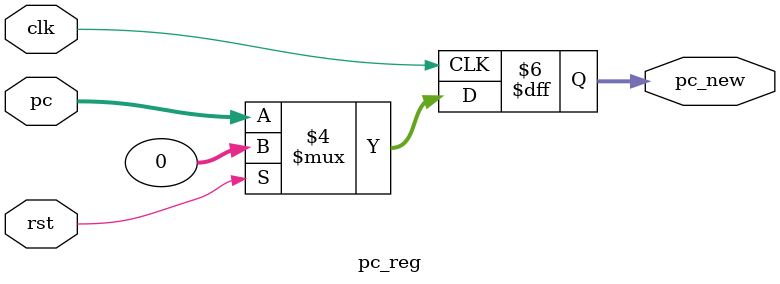
<source format=v>
module pc_reg (
    input wire clk,rst,
    input wire [31:0] pc ,
    output reg [31:0] pc_new = 0
);

always @(negedge clk ) begin
    if (rst) begin
        pc_new = 0;
    end
    else begin
        pc_new = pc;
    end
end


    
endmodule
</source>
